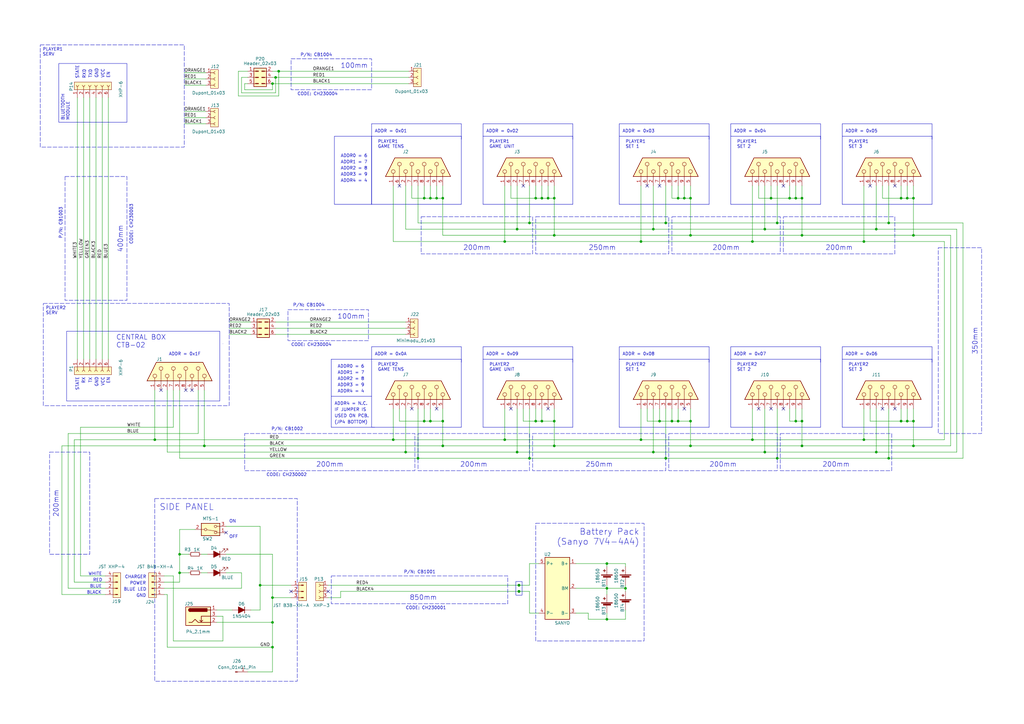
<source format=kicad_sch>
(kicad_sch (version 20230121) (generator eeschema)
  (paper "A3")
  (title_block (title "Main Cable") (date "2023-02-09") (rev "-") (company "SunsetView"))
  (lib_symbols
    (symbol "BMS-2S-3A:BMS-2S-3A"
      (property "Reference" "U1" (at -5.08 13.97 0))
      (property "Value" "BMS-2S-3A" (at -5.08 -14.605 0))
      (symbol "BMS-2S-3A_1_0"
        (pin passive line (at -7.62 10.16 0) (length 2.54) (name "B+") (number "1"))
        (pin passive line (at -7.62 0 0) (length 2.54) (name "BM") (number "2"))
        (pin passive line (at -7.62 -10.16 0) (length 2.54) (name "B-") (number "3"))
        (pin power_in line (at 7.62 -10.16 180) (length 2.54) (name "P-") (number "4"))
        (pin power_in line (at 7.62 10.16 180) (length 2.54) (name "P+") (number "5"))
      )
    )
    (symbol "C&K_Switch:MTS-1" (pin_names (offset 0) hide)
      (property "Reference" "SW1" (at -1.27 3.81 0))
      (property "Value" "MTS-1" (at 1.27 -3.81 0))
      (symbol "MTS-1_1_1"
        (pin passive line (at 6.35 1.27 180) (length 2.54) (name "~") (number "1"))
        (pin passive line (at -6.35 0 0) (length 2) (name "~") (number "2"))
        (pin passive line (at 6.35 -1.27 180) (length 2.54) (name "~") (number "3"))
      )
    )
    (symbol "Connector:Barrel_Jack_Switch" (pin_names hide)
      (property "Reference" "J" (at 0 5.334 0))
      (property "Value" "Barrel_Jack_Switch" (at 0 -5.08 0))
      (symbol "Barrel_Jack_Switch_1_1"
        (pin passive line (at 7.62 2.54 180) (length 2.54) (name "~") (number "1"))
        (pin passive line (at 7.62 -2.54 180) (length 2.54) (name "~") (number "2"))
        (pin passive line (at 7.62 0 180) (length 2.54) (name "~") (number "3"))
      )
    )
    (symbol "Connector:Conn_01x01_Pin" (pin_names (offset 1.016) hide)
      (property "Reference" "J" (at 0 2.54 0))
      (property "Value" "Conn_01x01_Pin" (at 0 -2.54 0))
      (symbol "Conn_01x01_Pin_1_1"
        (pin passive line (at 5.08 0 180) (length 3.81) (name "Pin_1") (number "1"))
      )
    )
    (symbol "Connector:DB9_Female" (pin_names (offset 1.016) hide)
      (property "Reference" "J" (at 0 13.97 0))
      (property "Value" "DB9_Female" (at 0 -14.605 0))
      (symbol "DB9_Female_1_1"
        (pin passive line (at -7.62 10.16 0) (length 3.81) (name "1") (number "1"))
        (pin passive line (at -7.62 5.08 0) (length 3.81) (name "2") (number "2"))
        (pin passive line (at -7.62 0 0) (length 3.81) (name "3") (number "3"))
        (pin passive line (at -7.62 -5.08 0) (length 3.81) (name "4") (number "4"))
        (pin passive line (at -7.62 -10.16 0) (length 3.81) (name "5") (number "5"))
        (pin passive line (at -7.62 7.62 0) (length 3.81) (name "6") (number "6"))
        (pin passive line (at -7.62 2.54 0) (length 3.81) (name "7") (number "7"))
        (pin passive line (at -7.62 -2.54 0) (length 3.81) (name "8") (number "8"))
        (pin passive line (at -7.62 -7.62 0) (length 3.81) (name "9") (number "9"))
      )
    )
    (symbol "Device:Battery_Cell" (pin_numbers hide) (pin_names (offset 0) hide)
      (property "Reference" "BT" (at 2.54 2.54 0))
      (property "Value" "Battery_Cell" (at 2.54 0 0))
      (symbol "Battery_Cell_1_1"
        (pin passive line (at 0 5.08 270) (length 2.54) (name "+") (number "1"))
        (pin passive line (at 0 -2.54 90) (length 2.54) (name "-") (number "2"))
      )
    )
    (symbol "Device:LED" (pin_numbers hide) (pin_names (offset 1.016) hide)
      (property "Reference" "D1" (at 2.54 -1.27 0))
      (property "Value" "GREEN" (at -1.905 -3.81 0))
      (symbol "LED_1_1"
        (pin passive line (at -3.81 0 0) (length 2.54) (name "K") (number "1"))
        (pin passive line (at 3.81 0 180) (length 2.54) (name "A") (number "2"))
      )
    )
    (symbol "Device:R_Small" (pin_numbers hide) (pin_names (offset 0.254) hide)
      (property "Reference" "R" (at 0.762 0.508 0))
      (property "Value" "R_Small" (at 0.762 -1.016 0))
      (symbol "R_Small_1_1"
        (pin passive line (at 0 2.54 270) (length 0.762) (name "~") (number "1"))
        (pin passive line (at 0 -2.54 90) (length 0.762) (name "~") (number "2"))
      )
    )
    (symbol "Diode:1N4001" (pin_numbers hide) (pin_names hide)
      (property "Reference" "D3" (at 0 5.08 0))
      (property "Value" "1N4001" (at 0 2.54 0))
      (symbol "1N4001_1_1"
        (pin passive line (at -3.81 0 0) (length 2.54) (name "K") (number "1"))
        (pin passive line (at 3.81 0 180) (length 2.54) (name "A") (number "2"))
      )
    )
    (symbol "LED_1" (pin_numbers hide) (pin_names (offset 1.016) hide)
      (property "Reference" "D2" (at 2.54 -1.27 0))
      (property "Value" "RED" (at -1.905 3.175 0))
      (symbol "LED_1_1_1"
        (pin passive line (at -3.81 0 0) (length 2.54) (name "K") (number "1"))
        (pin passive line (at 3.81 0 180) (length 2.54) (name "A") (number "2"))
      )
    )
    (symbol "MyConnectors:Dupont_01x03" (pin_names (offset 1.016) hide)
      (property "Reference" "J21" (at -1.905 5.715 0))
      (property "Value" "Dupont_01x03" (at -7.62 -5.08 0))
      (symbol "Dupont_01x03_1_1"
        (pin passive line (at -3.81 2.54 0) (length 2.54) (name "Pin_1") (number "1"))
        (pin passive line (at -3.81 0 0) (length 2.54) (name "Pin_2") (number "2"))
        (pin passive line (at -3.81 -2.54 0) (length 2.54) (name "Pin_3") (number "3"))
      )
    )
    (symbol "MyConnectors:Header_01x04_Pin" (pin_names (offset 1.016) hide)
      (property "Reference" "J19" (at 0 5.08 0))
      (property "Value" "Header_01x04" (at 5.715 -7.62 0))
      (symbol "Header_01x04_Pin_1_1"
        (pin passive line (at 5.08 2.54 180) (length 3.81) (name "Pin_1") (number "1"))
        (pin passive line (at 5.08 0 180) (length 3.81) (name "Pin_2") (number "2"))
        (pin passive line (at 5.08 -2.54 180) (length 3.81) (name "Pin_3") (number "3"))
        (pin passive line (at 5.08 -5.08 180) (length 3.81) (name "Pin_4") (number "4"))
      )
    )
    (symbol "MyConnectors:Header_02x03" (pin_names (offset 1.016) hide)
      (property "Reference" "J17" (at 0.635 5.08 0))
      (property "Value" "Header_02x03" (at 1.905 -5.08 0))
      (symbol "Header_02x03_1_1"
        (pin passive line (at -3.81 2.54 0) (length 2.54) (name "Pin_1") (number "1"))
        (pin passive line (at 6.35 2.54 180) (length 2.54) (name "Pin_2") (number "2"))
        (pin passive line (at -3.81 0 0) (length 2.54) (name "Pin_3") (number "3"))
        (pin passive line (at 6.35 0 180) (length 2.54) (name "Pin_4") (number "4"))
        (pin passive line (at -3.81 -2.54 0) (length 2.54) (name "Pin_5") (number "5"))
        (pin passive line (at 6.35 -2.54 180) (length 2.54) (name "Pin_6") (number "6"))
      )
    )
    (symbol "MyConnectors:JST_XHP-3" (pin_names (offset 1.016) hide)
      (property "Reference" "P?" (at -1.905 5.08 0))
      (property "Value" "XHP-3" (at -3.81 -5.08 0))
      (symbol "JST_XHP-3_1_1"
        (pin passive line (at -3.81 2.54 0) (length 2.54) (name "Pin_1") (number "1"))
        (pin passive line (at -3.81 0 0) (length 2.54) (name "Pin_2") (number "2"))
        (pin passive line (at -3.81 -2.54 0) (length 2.54) (name "Pin_3") (number "3"))
      )
    )
    (symbol "MyConnectors:JST_XH_3Y" (pin_names (offset 1.016) hide)
      (property "Reference" "J15" (at 0 5.08 0))
      (property "Value" "JST XH-3Y" (at 2.54 -5.08 0))
      (symbol "JST_XH_3Y_1_1"
        (pin passive line (at 5.08 2.54 180) (length 3.81) (name "Pin_1") (number "1"))
        (pin passive line (at 5.08 0 180) (length 3.81) (name "Pin_2") (number "2"))
        (pin passive line (at 5.08 -2.54 180) (length 3.81) (name "Pin_3") (number "3"))
      )
    )
    (symbol "MyConnectors:MiniModul_01x03" (pin_names (offset 1.016) hide)
      (property "Reference" "J21" (at 2.54 0.3175 0))
      (property "Value" "Minimodu_01x03" (at 2.54 -2.2225 0))
      (symbol "MiniModul_01x03_1_1"
        (pin passive line (at -3.81 2.54 0) (length 2.54) (name "Pin_1") (number "1"))
        (pin passive line (at -3.81 0 0) (length 2.54) (name "Pin_2") (number "2"))
        (pin passive line (at -3.81 -2.54 0) (length 2.54) (name "Pin_3") (number "3"))
      )
    )
    (symbol "MyConnectors:MiniModul_01x06" (pin_names (offset 1.016) hide)
      (property "Reference" "P?" (at -2.54 5.08 0))
      (property "Value" "XHP-6" (at -5.08 -15.24 0))
      (symbol "MiniModul_01x06_1_1"
        (pin passive line (at -5.08 2.54 0) (length 3.81) (name "Pin_1") (number "1"))
        (pin passive line (at -5.08 0 0) (length 3.81) (name "Pin_2") (number "2"))
        (pin passive line (at -5.08 -2.54 0) (length 3.81) (name "Pin_3") (number "3"))
        (pin passive line (at -5.08 -5.08 0) (length 3.81) (name "Pin_4") (number "4"))
        (pin passive line (at -5.08 -7.62 0) (length 3.81) (name "Pin_5") (number "5"))
        (pin passive line (at -5.08 -10.16 0) (length 3.81) (name "Pin_6") (number "6"))
      )
    )
  )
  (junction (at 354.33 99.06))
  (junction (at 313.69 185.42))
  (junction (at 323.85 81.28))
  (junction (at 267.97 93.98))
  (junction (at 273.05 91.44))
  (junction (at 270.51 172.72))
  (junction (at 283.21 96.52))
  (junction (at 227.33 81.28))
  (junction (at 212.09 93.98))
  (junction (at 354.33 180.34))
  (junction (at 181.61 81.28))
  (junction (at 262.89 99.06))
  (junction (at 372.11 172.72))
  (junction (at 308.61 99.06))
  (junction (at 308.61 180.34))
  (junction (at 176.53 81.28))
  (junction (at 113.03 31.75))
  (junction (at 171.45 187.96))
  (junction (at 248.92 241.3))
  (junction (at 181.61 172.72))
  (junction (at 227.33 182.88))
  (junction (at 111.76 265.43))
  (junction (at 173.99 81.28))
  (junction (at 217.17 187.96))
  (junction (at 222.25 172.72))
  (junction (at 262.89 180.34))
  (junction (at 166.37 185.42))
  (junction (at 248.92 254))
  (junction (at 111.76 255.27))
  (junction (at 326.39 81.28))
  (junction (at 359.41 185.42))
  (junction (at 227.33 172.72))
  (junction (at 278.13 81.28))
  (junction (at 273.05 187.96))
  (junction (at 369.57 172.72))
  (junction (at 217.17 91.44))
  (junction (at 318.77 187.96))
  (junction (at 73.66 234.95))
  (junction (at 161.29 180.34))
  (junction (at 364.49 187.96))
  (junction (at 278.13 172.72))
  (junction (at 207.01 99.06))
  (junction (at 283.21 182.88))
  (junction (at 318.77 91.44))
  (junction (at 212.09 185.42))
  (junction (at 227.33 96.52))
  (junction (at 359.41 93.98))
  (junction (at 283.21 172.72))
  (junction (at 374.65 182.88))
  (junction (at 267.97 185.42))
  (junction (at 219.71 81.28))
  (junction (at 207.01 180.34))
  (junction (at 63.5 180.34))
  (junction (at 374.65 81.28))
  (junction (at 328.93 182.88))
  (junction (at 369.57 81.28))
  (junction (at 328.93 172.72))
  (junction (at 372.11 81.28))
  (junction (at 313.69 93.98))
  (junction (at 179.07 81.28))
  (junction (at 173.99 172.72))
  (junction (at 73.66 227.33))
  (junction (at 181.61 182.88))
  (junction (at 328.93 96.52))
  (junction (at 374.65 172.72))
  (junction (at 83.82 182.88))
  (junction (at 275.59 172.72))
  (junction (at 248.92 231.14))
  (junction (at 280.67 81.28))
  (junction (at 111.76 34.29))
  (junction (at 219.71 172.72))
  (junction (at 374.65 96.52))
  (junction (at 256.54 241.3))
  (junction (at 316.23 81.28))
  (junction (at 364.49 91.44))
  (junction (at 176.53 172.72))
  (junction (at 224.79 81.28))
  (junction (at 222.25 81.28))
  (junction (at 114.3 29.21))
  (junction (at 326.39 172.72))
  (junction (at 106.68 240.03))
  (junction (at 328.93 81.28))
  (junction (at 111.76 245.11))
  (junction (at 283.21 81.28))
  (no_connect (at 168.91 167.64))
  (no_connect (at 265.43 76.2))
  (no_connect (at 321.31 167.64))
  (no_connect (at 224.79 167.64))
  (no_connect (at 66.04 160.02))
  (no_connect (at 367.03 76.2))
  (no_connect (at 214.63 76.2))
  (no_connect (at 119.38 242.57))
  (no_connect (at 179.07 167.64))
  (no_connect (at 280.67 167.64))
  (no_connect (at 76.2 160.02))
  (no_connect (at 92.71 218.44))
  (no_connect (at 134.62 242.57))
  (no_connect (at 270.51 76.2))
  (no_connect (at 321.31 76.2))
  (no_connect (at 163.83 76.2))
  (no_connect (at 367.03 167.64))
  (no_connect (at 209.55 167.64))
  (no_connect (at 361.95 167.64))
  (no_connect (at 311.15 167.64))
  (no_connect (at 356.87 76.2))
  (no_connect (at 316.23 167.64))
  (no_connect (at 78.74 160.02))
  (wire (pts (xy 275.59 172.72) (xy 278.13 172.72)))
  (wire (pts (xy 354.33 76.2) (xy 354.33 99.06)))
  (wire (pts (xy 354.33 99.06) (xy 387.35 99.06)))
  (wire (pts (xy 30.48 180.34) (xy 63.5 180.34)))
  (wire (pts (xy 280.67 76.2) (xy 280.67 81.28)))
  (wire (pts (xy 313.69 93.98) (xy 359.41 93.98)))
  (wire (pts (xy 326.39 81.28) (xy 328.93 81.28)))
  (wire (pts (xy 97.79 29.21) (xy 97.79 39.37)))
  (polyline (pts (xy 198.12 147.32) (xy 234.95 147.32)))
  (polyline (pts (xy 345.44 55.88) (xy 345.44 50.8)))
  (wire (pts (xy 227.33 81.28) (xy 227.33 96.52)))
  (wire (pts (xy 25.4 182.88) (xy 83.82 182.88)))
  (wire (pts (xy 326.39 76.2) (xy 326.39 81.28)))
  (wire (pts (xy 241.3 251.46) (xy 236.22 251.46)))
  (wire (pts (xy 75.565 45.72) (xy 84.455 45.72)))
  (wire (pts (xy 77.47 227.33) (xy 73.66 227.33)))
  (wire (pts (xy 323.85 167.64) (xy 323.85 172.72)))
  (polyline (pts (xy 254 147.32) (xy 254 175.26)))
  (wire (pts (xy 224.79 81.28) (xy 227.33 81.28)))
  (wire (pts (xy 392.43 93.98) (xy 392.43 185.42)))
  (wire (pts (xy 171.45 91.44) (xy 217.17 91.44)))
  (polyline (pts (xy 336.55 83.82) (xy 336.55 55.88)))
  (wire (pts (xy 273.05 187.96) (xy 318.77 187.96)))
  (wire (pts (xy 91.44 252.73) (xy 91.44 262.89)))
  (wire (pts (xy 161.29 76.2) (xy 161.29 99.06)))
  (wire (pts (xy 27.94 177.8) (xy 81.28 177.8)))
  (wire (pts (xy 31.75 40.005) (xy 31.75 147.32)))
  (wire (pts (xy 101.6 31.75) (xy 99.06 31.75)))
  (wire (pts (xy 100.33 34.29) (xy 100.33 36.83)))
  (wire (pts (xy 219.71 172.72) (xy 222.25 172.72)))
  (wire (pts (xy 71.12 175.26) (xy 71.12 160.02)))
  (wire (pts (xy 73.66 234.95) (xy 73.66 238.76)))
  (wire (pts (xy 92.71 234.95) (xy 99.06 234.95)))
  (wire (pts (xy 163.83 167.64) (xy 163.83 172.72)))
  (wire (pts (xy 63.5 160.02) (xy 63.5 180.34)))
  (wire (pts (xy 73.66 187.96) (xy 171.45 187.96)))
  (wire (pts (xy 328.93 182.88) (xy 374.65 182.88)))
  (wire (pts (xy 283.21 167.64) (xy 283.21 172.72)))
  (polyline (pts (xy 345.44 147.32) (xy 345.44 175.26)))
  (wire (pts (xy 111.76 275.59) (xy 111.76 265.43)))
  (wire (pts (xy 326.39 167.64) (xy 326.39 172.72)))
  (wire (pts (xy 139.7 242.57) (xy 139.7 245.11)))
  (wire (pts (xy 222.25 81.28) (xy 224.79 81.28)))
  (wire (pts (xy 275.59 81.28) (xy 278.13 81.28)))
  (wire (pts (xy 220.98 251.46) (xy 217.17 251.46)))
  (wire (pts (xy 308.61 167.64) (xy 308.61 180.34)))
  (wire (pts (xy 318.77 91.44) (xy 364.49 91.44)))
  (wire (pts (xy 97.79 39.37) (xy 114.3 39.37)))
  (wire (pts (xy 91.44 262.89) (xy 71.12 262.89)))
  (polyline (pts (xy 345.44 175.26) (xy 382.27 175.26)))
  (wire (pts (xy 328.93 81.28) (xy 328.93 96.52)))
  (wire (pts (xy 171.45 187.96) (xy 217.17 187.96)))
  (wire (pts (xy 111.76 29.21) (xy 114.3 29.21)))
  (wire (pts (xy 283.21 96.52) (xy 328.93 96.52)))
  (wire (pts (xy 248.92 241.3) (xy 248.92 243.84)))
  (wire (pts (xy 176.53 172.72) (xy 181.61 172.72)))
  (wire (pts (xy 207.01 167.64) (xy 207.01 180.34)))
  (polyline (pts (xy 345.44 55.88) (xy 382.27 55.88)))
  (wire (pts (xy 262.89 167.64) (xy 262.89 180.34)))
  (wire (pts (xy 179.07 81.28) (xy 181.61 81.28)))
  (wire (pts (xy 273.05 91.44) (xy 318.77 91.44)))
  (wire (pts (xy 278.13 172.72) (xy 283.21 172.72)))
  (wire (pts (xy 168.91 81.28) (xy 173.99 81.28)))
  (polyline (pts (xy 254 50.8) (xy 290.83 50.8)))
  (wire (pts (xy 313.69 185.42) (xy 359.41 185.42)))
  (wire (pts (xy 372.11 172.72) (xy 374.65 172.72)))
  (polyline (pts (xy 299.72 55.88) (xy 299.72 83.82)))
  (wire (pts (xy 99.06 38.1) (xy 113.03 38.1)))
  (wire (pts (xy 161.29 99.06) (xy 207.01 99.06)))
  (polyline (pts (xy 299.72 55.88) (xy 299.72 50.8)))
  (wire (pts (xy 318.77 187.96) (xy 364.49 187.96)))
  (polyline (pts (xy 254 147.32) (xy 254 142.24)))
  (wire (pts (xy 222.25 76.2) (xy 222.25 81.28)))
  (polyline (pts (xy 189.23 50.8) (xy 189.23 57.15)))
  (wire (pts (xy 359.41 167.64) (xy 359.41 185.42)))
  (wire (pts (xy 113.03 134.62) (xy 166.37 134.62)))
  (polyline (pts (xy 336.55 50.8) (xy 336.55 57.15)))
  (wire (pts (xy 93.98 134.62) (xy 102.87 134.62)))
  (wire (pts (xy 176.53 167.64) (xy 176.53 172.72)))
  (wire (pts (xy 106.68 240.03) (xy 106.68 250.19)))
  (wire (pts (xy 359.41 76.2) (xy 359.41 93.98)))
  (wire (pts (xy 181.61 81.28) (xy 181.61 96.52)))
  (wire (pts (xy 308.61 180.34) (xy 354.33 180.34)))
  (wire (pts (xy 134.62 240.03) (xy 217.17 240.03)))
  (wire (pts (xy 387.35 180.34) (xy 387.35 99.06)))
  (wire (pts (xy 227.33 96.52) (xy 283.21 96.52)))
  (polyline (pts (xy 345.44 147.32) (xy 382.27 147.32)))
  (polyline (pts (xy 254 147.32) (xy 290.83 147.32)))
  (wire (pts (xy 256.54 242.57) (xy 256.54 241.3)))
  (polyline (pts (xy 254 83.82) (xy 290.83 83.82)))
  (polyline (pts (xy 299.72 142.24) (xy 336.55 142.24)))
  (wire (pts (xy 364.49 91.44) (xy 394.97 91.44)))
  (wire (pts (xy 359.41 93.98) (xy 392.43 93.98)))
  (wire (pts (xy 361.95 76.2) (xy 361.95 81.28)))
  (wire (pts (xy 359.41 185.42) (xy 392.43 185.42)))
  (polyline (pts (xy 234.95 175.26) (xy 234.95 147.32)))
  (wire (pts (xy 372.11 167.64) (xy 372.11 172.72)))
  (wire (pts (xy 217.17 251.46) (xy 217.17 242.57)))
  (wire (pts (xy 275.59 76.2) (xy 275.59 81.28)))
  (wire (pts (xy 71.12 262.89) (xy 71.12 236.22)))
  (wire (pts (xy 273.05 76.2) (xy 273.05 91.44)))
  (wire (pts (xy 267.97 167.64) (xy 267.97 185.42)))
  (polyline (pts (xy 345.44 147.32) (xy 345.44 142.24)))
  (wire (pts (xy 88.9 255.27) (xy 111.76 255.27)))
  (wire (pts (xy 248.92 232.41) (xy 248.92 231.14)))
  (wire (pts (xy 217.17 167.64) (xy 217.17 187.96)))
  (wire (pts (xy 41.91 40.005) (xy 41.91 147.32)))
  (polyline (pts (xy 198.12 55.88) (xy 198.12 83.82)))
  (polyline (pts (xy 189.23 142.24) (xy 189.23 148.59)))
  (polyline (pts (xy 290.83 50.8) (xy 290.83 57.15)))
  (wire (pts (xy 323.85 81.28) (xy 326.39 81.28)))
  (wire (pts (xy 75.565 50.8) (xy 84.455 50.8)))
  (wire (pts (xy 283.21 81.28) (xy 283.21 96.52)))
  (wire (pts (xy 101.6 275.59) (xy 111.76 275.59)))
  (polyline (pts (xy 290.83 142.24) (xy 290.83 148.59)))
  (wire (pts (xy 161.29 180.34) (xy 207.01 180.34)))
  (wire (pts (xy 316.23 81.28) (xy 323.85 81.28)))
  (wire (pts (xy 207.01 76.2) (xy 207.01 99.06)))
  (wire (pts (xy 316.23 76.2) (xy 316.23 81.28)))
  (wire (pts (xy 75.565 34.925) (xy 84.455 34.925)))
  (polyline (pts (xy 91.44 140.97) (xy 91.44 140.97)))
  (wire (pts (xy 114.3 29.21) (xy 167.64 29.21)))
  (wire (pts (xy 270.51 167.64) (xy 270.51 172.72)))
  (polyline (pts (xy 234.95 83.82) (xy 234.95 55.88)))
  (wire (pts (xy 93.98 137.16) (xy 102.87 137.16)))
  (wire (pts (xy 212.09 167.64) (xy 212.09 185.42)))
  (polyline (pts (xy 135.89 147.32) (xy 189.23 147.32)))
  (polyline (pts (xy 152.4 147.32) (xy 152.4 175.26)))
  (wire (pts (xy 313.69 76.2) (xy 313.69 93.98)))
  (wire (pts (xy 92.71 227.33) (xy 111.76 227.33)))
  (polyline (pts (xy 198.12 142.24) (xy 234.95 142.24)))
  (wire (pts (xy 227.33 76.2) (xy 227.33 81.28)))
  (wire (pts (xy 256.54 231.14) (xy 248.92 231.14)))
  (wire (pts (xy 102.87 250.19) (xy 106.68 250.19)))
  (wire (pts (xy 212.09 76.2) (xy 212.09 93.98)))
  (wire (pts (xy 166.37 93.98) (xy 212.09 93.98)))
  (polyline (pts (xy 345.44 142.24) (xy 382.27 142.24)))
  (wire (pts (xy 318.77 167.64) (xy 318.77 187.96)))
  (polyline (pts (xy 198.12 55.88) (xy 198.12 50.8)))
  (polyline (pts (xy 152.4 175.26) (xy 153.67 175.26)))
  (wire (pts (xy 67.31 241.3) (xy 99.06 241.3)))
  (wire (pts (xy 219.71 76.2) (xy 219.71 81.28)))
  (wire (pts (xy 262.89 180.34) (xy 308.61 180.34)))
  (wire (pts (xy 106.68 240.03) (xy 119.38 240.03)))
  (wire (pts (xy 36.83 40.005) (xy 36.83 147.32)))
  (polyline (pts (xy 299.72 147.32) (xy 299.72 142.24)))
  (wire (pts (xy 222.25 167.64) (xy 222.25 172.72)))
  (wire (pts (xy 27.94 241.3) (xy 43.18 241.3)))
  (wire (pts (xy 30.48 238.76) (xy 43.18 238.76)))
  (wire (pts (xy 81.28 160.02) (xy 81.28 177.8)))
  (wire (pts (xy 181.61 182.88) (xy 227.33 182.88)))
  (wire (pts (xy 63.5 180.34) (xy 161.29 180.34)))
  (wire (pts (xy 222.25 172.72) (xy 227.33 172.72)))
  (polyline (pts (xy 254 175.26) (xy 290.83 175.26)))
  (polyline (pts (xy 299.72 147.32) (xy 299.72 175.26)))
  (wire (pts (xy 278.13 81.28) (xy 280.67 81.28)))
  (wire (pts (xy 256.54 240.03) (xy 256.54 241.3)))
  (wire (pts (xy 219.71 81.28) (xy 222.25 81.28)))
  (wire (pts (xy 361.95 81.28) (xy 369.57 81.28)))
  (wire (pts (xy 283.21 172.72) (xy 283.21 182.88)))
  (wire (pts (xy 111.76 245.11) (xy 111.76 255.27)))
  (wire (pts (xy 369.57 167.64) (xy 369.57 172.72)))
  (polyline (pts (xy 198.12 83.82) (xy 234.95 83.82)))
  (wire (pts (xy 374.65 81.28) (xy 374.65 96.52)))
  (wire (pts (xy 101.6 29.21) (xy 97.79 29.21)))
  (wire (pts (xy 217.17 231.14) (xy 220.98 231.14)))
  (wire (pts (xy 99.06 31.75) (xy 99.06 38.1)))
  (wire (pts (xy 219.71 167.64) (xy 219.71 172.72)))
  (polyline (pts (xy 254 55.88) (xy 290.83 55.88)))
  (wire (pts (xy 68.58 185.42) (xy 166.37 185.42)))
  (wire (pts (xy 227.33 167.64) (xy 227.33 172.72)))
  (wire (pts (xy 34.29 40.005) (xy 34.29 147.32)))
  (polyline (pts (xy 234.95 142.24) (xy 234.95 148.59)))
  (polyline (pts (xy 135.89 175.26) (xy 189.23 175.26)))
  (wire (pts (xy 328.93 172.72) (xy 328.93 182.88)))
  (polyline (pts (xy 198.12 55.88) (xy 234.95 55.88)))
  (wire (pts (xy 83.82 182.88) (xy 181.61 182.88)))
  (wire (pts (xy 33.02 236.22) (xy 33.02 175.26)))
  (wire (pts (xy 173.99 167.64) (xy 173.99 172.72)))
  (wire (pts (xy 88.9 250.19) (xy 95.25 250.19)))
  (polyline (pts (xy 345.44 50.8) (xy 382.27 50.8)))
  (wire (pts (xy 323.85 172.72) (xy 326.39 172.72)))
  (wire (pts (xy 364.49 76.2) (xy 364.49 91.44)))
  (wire (pts (xy 262.89 99.06) (xy 308.61 99.06)))
  (wire (pts (xy 161.29 167.64) (xy 161.29 180.34)))
  (wire (pts (xy 323.85 76.2) (xy 323.85 81.28)))
  (wire (pts (xy 328.93 167.64) (xy 328.93 172.72)))
  (wire (pts (xy 256.54 250.19) (xy 256.54 254)))
  (wire (pts (xy 111.76 36.83) (xy 111.76 34.29)))
  (wire (pts (xy 248.92 241.3) (xy 236.22 241.3)))
  (wire (pts (xy 166.37 167.64) (xy 166.37 185.42)))
  (wire (pts (xy 374.65 167.64) (xy 374.65 172.72)))
  (wire (pts (xy 99.06 234.95) (xy 99.06 241.3)))
  (wire (pts (xy 83.82 160.02) (xy 83.82 182.88)))
  (wire (pts (xy 92.71 215.9) (xy 106.68 215.9)))
  (wire (pts (xy 114.3 39.37) (xy 114.3 29.21)))
  (polyline (pts (xy 152.4 50.8) (xy 189.23 50.8)))
  (wire (pts (xy 217.17 187.96) (xy 273.05 187.96)))
  (wire (pts (xy 30.48 180.34) (xy 30.48 238.76)))
  (wire (pts (xy 67.31 238.76) (xy 73.66 238.76)))
  (wire (pts (xy 326.39 172.72) (xy 328.93 172.72)))
  (polyline (pts (xy 189.23 83.82) (xy 189.23 55.88)))
  (wire (pts (xy 354.33 167.64) (xy 354.33 180.34)))
  (wire (pts (xy 212.09 93.98) (xy 267.97 93.98)))
  (wire (pts (xy 374.65 76.2) (xy 374.65 81.28)))
  (wire (pts (xy 111.76 34.29) (xy 167.64 34.29)))
  (wire (pts (xy 181.61 167.64) (xy 181.61 172.72)))
  (polyline (pts (xy 254 142.24) (xy 290.83 142.24)))
  (polyline (pts (xy 382.27 50.8) (xy 382.27 57.15)))
  (wire (pts (xy 88.9 252.73) (xy 91.44 252.73)))
  (wire (pts (xy 227.33 182.88) (xy 283.21 182.88)))
  (wire (pts (xy 166.37 76.2) (xy 166.37 93.98)))
  (wire (pts (xy 356.87 167.64) (xy 356.87 172.72)))
  (wire (pts (xy 248.92 241.3) (xy 256.54 241.3)))
  (wire (pts (xy 311.15 81.28) (xy 316.23 81.28)))
  (wire (pts (xy 181.61 172.72) (xy 181.61 182.88)))
  (wire (pts (xy 262.89 76.2) (xy 262.89 99.06)))
  (wire (pts (xy 176.53 81.28) (xy 179.07 81.28)))
  (polyline (pts (xy 382.27 175.26) (xy 382.27 147.32)))
  (polyline (pts (xy 152.4 83.82) (xy 189.23 83.82)))
  (wire (pts (xy 73.66 160.02) (xy 73.66 187.96)))
  (wire (pts (xy 101.6 34.29) (xy 100.33 34.29)))
  (polyline (pts (xy 234.95 50.8) (xy 234.95 57.15)))
  (wire (pts (xy 311.15 76.2) (xy 311.15 81.28)))
  (wire (pts (xy 267.97 76.2) (xy 267.97 93.98)))
  (wire (pts (xy 283.21 76.2) (xy 283.21 81.28)))
  (polyline (pts (xy 382.27 83.82) (xy 382.27 55.88)))
  (wire (pts (xy 265.43 167.64) (xy 265.43 172.72)))
  (wire (pts (xy 73.66 234.95) (xy 73.66 227.33)))
  (wire (pts (xy 39.37 40.005) (xy 39.37 147.32)))
  (wire (pts (xy 75.565 29.845) (xy 84.455 29.845)))
  (wire (pts (xy 374.65 172.72) (xy 374.65 182.88)))
  (wire (pts (xy 25.4 243.84) (xy 43.18 243.84)))
  (wire (pts (xy 328.93 76.2) (xy 328.93 81.28)))
  (wire (pts (xy 328.93 96.52) (xy 374.65 96.52)))
  (wire (pts (xy 313.69 167.64) (xy 313.69 185.42)))
  (wire (pts (xy 394.97 91.44) (xy 394.97 187.96)))
  (wire (pts (xy 217.17 240.03) (xy 217.17 231.14)))
  (wire (pts (xy 374.65 182.88) (xy 389.89 182.88)))
  (wire (pts (xy 214.63 172.72) (xy 219.71 172.72)))
  (polyline (pts (xy 254 55.88) (xy 254 50.8)))
  (wire (pts (xy 364.49 167.64) (xy 364.49 187.96)))
  (wire (pts (xy 308.61 76.2) (xy 308.61 99.06)))
  (wire (pts (xy 256.54 232.41) (xy 256.54 231.14)))
  (wire (pts (xy 82.55 234.95) (xy 85.09 234.95)))
  (wire (pts (xy 111.76 227.33) (xy 111.76 245.11)))
  (wire (pts (xy 356.87 172.72) (xy 369.57 172.72)))
  (polyline (pts (xy 336.55 142.24) (xy 336.55 148.59)))
  (polyline (pts (xy 189.23 175.26) (xy 189.23 147.32)))
  (wire (pts (xy 73.66 217.17) (xy 80.01 217.17)))
  (polyline (pts (xy 299.72 55.88) (xy 336.55 55.88)))
  (polyline (pts (xy 290.83 83.82) (xy 290.83 55.88)))
  (wire (pts (xy 369.57 76.2) (xy 369.57 81.28)))
  (wire (pts (xy 214.63 167.64) (xy 214.63 172.72)))
  (wire (pts (xy 44.45 40.005) (xy 44.45 147.32)))
  (wire (pts (xy 75.565 32.385) (xy 84.455 32.385)))
  (polyline (pts (xy 254 55.88) (xy 254 83.82)))
  (wire (pts (xy 33.02 175.26) (xy 71.12 175.26)))
  (wire (pts (xy 372.11 76.2) (xy 372.11 81.28)))
  (wire (pts (xy 173.99 76.2) (xy 173.99 81.28)))
  (wire (pts (xy 318.77 76.2) (xy 318.77 91.44)))
  (wire (pts (xy 227.33 172.72) (xy 227.33 182.88)))
  (wire (pts (xy 139.7 245.11) (xy 134.62 245.11)))
  (wire (pts (xy 25.4 182.88) (xy 25.4 243.84)))
  (wire (pts (xy 68.58 160.02) (xy 68.58 185.42)))
  (polyline (pts (xy 198.12 50.8) (xy 234.95 50.8)))
  (wire (pts (xy 68.58 243.84) (xy 68.58 265.43)))
  (polyline (pts (xy 198.12 175.26) (xy 234.95 175.26)))
  (wire (pts (xy 236.22 231.14) (xy 248.92 231.14)))
  (wire (pts (xy 248.92 251.46) (xy 248.92 254)))
  (wire (pts (xy 139.7 242.57) (xy 217.17 242.57)))
  (polyline (pts (xy 135.89 162.56) (xy 152.4 162.56)))
  (wire (pts (xy 43.18 236.22) (xy 33.02 236.22)))
  (wire (pts (xy 207.01 180.34) (xy 262.89 180.34)))
  (wire (pts (xy 372.11 81.28) (xy 374.65 81.28)))
  (polyline (pts (xy 152.4 55.88) (xy 189.23 55.88)))
  (polyline (pts (xy 152.4 147.32) (xy 152.4 142.24)))
  (polyline (pts (xy 336.55 175.26) (xy 336.55 147.32)))
  (wire (pts (xy 374.65 96.52) (xy 389.89 96.52)))
  (wire (pts (xy 173.99 172.72) (xy 176.53 172.72)))
  (wire (pts (xy 82.55 227.33) (xy 85.09 227.33)))
  (polyline (pts (xy 135.89 147.32) (xy 135.89 175.26)))
  (wire (pts (xy 207.01 99.06) (xy 262.89 99.06)))
  (wire (pts (xy 248.92 240.03) (xy 248.92 241.3)))
  (polyline (pts (xy 198.12 147.32) (xy 198.12 142.24)))
  (wire (pts (xy 73.66 227.33) (xy 73.66 217.17)))
  (wire (pts (xy 111.76 245.11) (xy 119.38 245.11)))
  (polyline (pts (xy 290.83 175.26) (xy 290.83 147.32)))
  (wire (pts (xy 67.31 243.84) (xy 68.58 243.84)))
  (wire (pts (xy 75.565 48.26) (xy 84.455 48.26)))
  (wire (pts (xy 280.67 81.28) (xy 283.21 81.28)))
  (wire (pts (xy 267.97 93.98) (xy 313.69 93.98)))
  (polyline (pts (xy 152.4 142.24) (xy 189.23 142.24)))
  (wire (pts (xy 113.03 137.16) (xy 166.37 137.16)))
  (wire (pts (xy 176.53 76.2) (xy 176.53 81.28)))
  (wire (pts (xy 283.21 182.88) (xy 328.93 182.88)))
  (wire (pts (xy 111.76 255.27) (xy 111.76 265.43)))
  (wire (pts (xy 212.09 185.42) (xy 267.97 185.42)))
  (wire (pts (xy 275.59 167.64) (xy 275.59 172.72)))
  (wire (pts (xy 273.05 167.64) (xy 273.05 187.96)))
  (polyline (pts (xy 152.4 55.88) (xy 152.4 50.8)))
  (wire (pts (xy 106.68 215.9) (xy 106.68 240.03)))
  (wire (pts (xy 389.89 96.52) (xy 389.89 182.88)))
  (wire (pts (xy 179.07 76.2) (xy 179.07 81.28)))
  (polyline (pts (xy 299.72 147.32) (xy 336.55 147.32)))
  (wire (pts (xy 166.37 185.42) (xy 212.09 185.42)))
  (polyline (pts (xy 198.12 147.32) (xy 198.12 175.26)))
  (wire (pts (xy 113.03 31.75) (xy 167.64 31.75)))
  (polyline (pts (xy 382.27 142.24) (xy 382.27 148.59)))
  (wire (pts (xy 256.54 254) (xy 248.92 254)))
  (wire (pts (xy 217.17 76.2) (xy 217.17 91.44)))
  (wire (pts (xy 100.33 36.83) (xy 111.76 36.83)))
  (wire (pts (xy 224.79 76.2) (xy 224.79 81.28)))
  (wire (pts (xy 308.61 99.06) (xy 354.33 99.06)))
  (wire (pts (xy 168.91 76.2) (xy 168.91 81.28)))
  (wire (pts (xy 111.76 31.75) (xy 113.03 31.75)))
  (wire (pts (xy 278.13 167.64) (xy 278.13 172.72)))
  (wire (pts (xy 248.92 254) (xy 241.3 254)))
  (polyline (pts (xy 299.72 50.8) (xy 336.55 50.8)))
  (polyline (pts (xy 345.44 83.82) (xy 382.27 83.82)))
  (wire (pts (xy 181.61 96.52) (xy 227.33 96.52)))
  (wire (pts (xy 171.45 167.64) (xy 171.45 187.96)))
  (wire (pts (xy 113.03 38.1) (xy 113.03 31.75)))
  (wire (pts (xy 173.99 81.28) (xy 176.53 81.28)))
  (wire (pts (xy 278.13 76.2) (xy 278.13 81.28)))
  (polyline (pts (xy 345.44 55.88) (xy 345.44 83.82)))
  (wire (pts (xy 354.33 180.34) (xy 387.35 180.34)))
  (wire (pts (xy 364.49 187.96) (xy 394.97 187.96)))
  (wire (pts (xy 265.43 172.72) (xy 270.51 172.72)))
  (wire (pts (xy 27.94 177.8) (xy 27.94 241.3)))
  (wire (pts (xy 209.55 76.2) (xy 209.55 81.28)))
  (wire (pts (xy 270.51 172.72) (xy 275.59 172.72)))
  (wire (pts (xy 171.45 76.2) (xy 171.45 91.44)))
  (wire (pts (xy 163.83 172.72) (xy 173.99 172.72)))
  (wire (pts (xy 217.17 91.44) (xy 273.05 91.44)))
  (wire (pts (xy 68.58 265.43) (xy 111.76 265.43)))
  (wire (pts (xy 241.3 254) (xy 241.3 251.46)))
  (wire (pts (xy 369.57 172.72) (xy 372.11 172.72)))
  (polyline (pts (xy 299.72 175.26) (xy 336.55 175.26)))
  (wire (pts (xy 113.03 132.08) (xy 166.37 132.08)))
  (wire (pts (xy 267.97 185.42) (xy 313.69 185.42)))
  (polyline (pts (xy 152.4 55.88) (xy 152.4 83.82)))
  (wire (pts (xy 77.47 234.95) (xy 73.66 234.95)))
  (wire (pts (xy 71.12 236.22) (xy 67.31 236.22)))
  (wire (pts (xy 209.55 81.28) (xy 219.71 81.28)))
  (polyline (pts (xy 299.72 83.82) (xy 336.55 83.82)))
  (wire (pts (xy 93.98 132.08) (xy 102.87 132.08)))
  (wire (pts (xy 181.61 76.2) (xy 181.61 81.28)))
  (wire (pts (xy 369.57 81.28) (xy 372.11 81.28)))
  (rectangle (start 27.305 135.89) (end 90.17 164.465))
  (circle (center 212.852 240.03) (radius 0.568) (stroke (width -0.0001)) (fill (type color) (color 0 132 0 1)))
  (rectangle (start 211.582 238.506) (end 214.122 244.094))
  (rectangle (start 137.16 55.88) (end 152.4 83.82))
  (circle (center 212.852 242.57) (radius 0.568) (stroke (width -0.0001)) (fill (type color) (color 0 132 0 1)))
  (text_box "Battery Pack\n(Sanyo 7V4-4A4)" (at 219.71 214.63 0) (size 44.45 48.26) (stroke (width 0) (type dash)) (effects (font (size 2.54 2.54)) (justify right top)))
  (text_box "PLAYER2\nSERV" (at 17.78 124.46 0) (size 76.2 41.91) (stroke (width 0) (type dash)) (effects (font (size 1.27 1.27)) (justify left top)))
  (text_box "BLUETOOTH\nMODULE" (at 24.13 26.035 90) (size 27.94 24.13) (effects (font (size 1.27 1.27)) (justify left top)))
  (text_box "100mm" (at 118.11 127 0) (size 33.02 12.7) (stroke (width 0) (type dash)) (effects (font (size 2 2)) (justify right top)))
  (text_box "250mm" (at 219.71 88.9 0) (size 54.61 15.24) (stroke (width 0) (type dash)) (effects (font (size 2 2)) (justify bottom)))
  (text_box "250mm" (at 218.44 177.8 0) (size 54.61 15.24) (stroke (width 0) (type dash)) (effects (font (size 2 2)) (justify bottom)))
  (text_box "200mm" (at 320.04 177.8 0) (size 45.72 15.24) (stroke (width 0) (type dash)) (effects (font (size 2 2)) (justify bottom)))
  (text_box "200mm" (at 171.45 177.8 0) (size 45.72 15.24) (stroke (width 0) (type dash)) (effects (font (size 2 2)) (justify bottom)))
  (text_box "  850mm" (at 135.89 236.22 0) (size 72.39 11.43) (stroke (width 0) (type dash)) (effects (font (size 2 2)) (justify bottom)))
  (text_box "200mm" (at 321.31 88.9 0) (size 45.72 15.24) (stroke (width 0) (type dash)) (effects (font (size 2 2)) (justify bottom)))
  (text_box "350mm" (at 384.81 101.6 90) (size 17.78 76.2) (stroke (width 0) (type dash)) (effects (font (size 2 2)) (justify bottom)))
  (text_box "200mm" (at 20.32 185.42 90) (size 16.51 41.91) (stroke (width 0) (type dash)) (effects (font (size 2 2)) (justify top)))
  (text_box "SIDE PANEL" (at 63.5 204.47 0) (size 58.42 74.93) (stroke (width 0) (type dash)) (effects (font (size 2.54 2.54)) (justify left top)))
  (text_box "PLAYER1\nSERV" (at 16.51 18.415 0) (size 59.055 41.91) (stroke (width 0) (type dash)) (effects (font (size 1.27 1.27)) (justify left top)))
  (text_box "200mm" (at 100.33 177.8 0) (size 69.85 15.24) (stroke (width 0) (type dash)) (effects (font (size 2 2)) (justify bottom)))
  (text_box "400mm" (at 26.67 72.39 90) (size 25.4 50.8) (stroke (width 0) (type dash)) (effects (font (size 2 2)) (justify bottom)))
  (text_box "200mm" (at 172.72 88.9 0) (size 45.72 15.24) (stroke (width 0) (type dash)) (effects (font (size 2 2)) (justify bottom)))
  (text_box "100mm" (at 119.38 24.13 0) (size 33.02 12.7) (stroke (width 0) (type dash)) (effects (font (size 2 2)) (justify right top)))
  (text_box "200mm" (at 274.32 177.8 0) (size 44.45 15.24) (stroke (width 0) (type dash)) (effects (font (size 2 2)) (justify bottom)))
  (text_box "200mm" (at 275.59 88.9 0) (size 44.45 15.24) (stroke (width 0) (type dash)) (effects (font (size 2 2)) (justify bottom)))
  (text "CODE: CH230002" (at 109.22 195.58 0) (effects (font (size 1.27 1.27)) (justify left bottom)))
  (text "EN" (at 45.212 32.131 90) (effects (font (size 1.27 1.27)) (justify left bottom)))
  (text "CENTRAL BOX\nCTB-02" (at 47.625 142.875 0) (effects (font (size 2 2)) (justify left bottom)))
  (text "PLAYER1\nGAME TENS" (at 154.94 60.96 0) (effects (font (size 1.27 1.27)) (justify left bottom)))
  (text "ADDR = 0x0A" (at 153.67 146.05 0) (effects (font (size 1.27 1.27)) (justify left bottom)))
  (text "ADDR = 0x02" (at 199.39 54.61 0) (effects (font (size 1.27 1.27)) (justify left bottom)))
  (text "P/N: CB1001" (at 165.608 235.458 0) (effects (font (size 1.27 1.27)) (justify left bottom)))
  (text "ADDR1 = 7" (at 138.43 153.67 0) (effects (font (size 1.27 1.27)) (justify left bottom)))
  (text "STATE" (at 32.512 160.274 90) (effects (font (size 1.27 1.27)) (justify left bottom)))
  (text "PLAYER2\nSET 1" (at 256.54 152.4 0) (effects (font (size 1.27 1.27)) (justify left bottom)))
  (text "OFF" (at 93.98 220.98 0) (effects (font (size 1.27 1.27)) (justify left bottom)))
  (text "CODE: CH230004" (at 119.38 142.24 0) (effects (font (size 1.27 1.27)) (justify left bottom)))
  (text "VCC" (at 42.926 158.496 90) (effects (font (size 1.27 1.27)) (justify left bottom)))
  (text "ADDR = 0x05" (at 346.71 54.61 0) (effects (font (size 1.27 1.27)) (justify left bottom)))
  (text "ADDR1 = 7" (at 139.7 67.31 0) (effects (font (size 1.27 1.27)) (justify left bottom)))
  (text "ADDR2 = 8" (at 138.43 156.21 0) (effects (font (size 1.27 1.27)) (justify left bottom)))
  (text "EN" (at 45.212 157.48 90) (effects (font (size 1.27 1.27)) (justify left bottom)))
  (text "ON" (at 93.98 214.63 0) (effects (font (size 1.27 1.27)) (justify left bottom)))
  (text "CODE: CH230001" (at 166.37 250.19 0) (effects (font (size 1.27 1.27)) (justify left bottom)))
  (text "ADDR3 = 9" (at 139.7 72.39 0) (effects (font (size 1.27 1.27)) (justify left bottom)))
  (text "IF JUMPER IS" (at 137.16 168.91 0) (effects (font (size 1.27 1.27)) (justify left bottom)))
  (text "CODE: CH230003" (at 54.61 100.33 90) (effects (font (size 1.27 1.27)) (justify left bottom)))
  (text "PLAYER2\nGAME UNIT" (at 200.66 152.4 0) (effects (font (size 1.27 1.27)) (justify left bottom)))
  (text "ADDR2 = 8" (at 139.7 69.85 0) (effects (font (size 1.27 1.27)) (justify left bottom)))
  (text "GND" (at 40.386 158.75 90) (effects (font (size 1.27 1.27)) (justify left bottom)))
  (text "WHITE" (at 36.195 236.22 0) (effects (font (size 1.27 1.27)) (justify left bottom)))
  (text "ADDR = 0x09" (at 199.39 146.05 0) (effects (font (size 1.27 1.27)) (justify left bottom)))
  (text "POWER" (at 53.213 240.03 0) (effects (font (size 1.27 1.27)) (justify left bottom)))
  (text "GND" (at 40.386 32.131 90) (effects (font (size 1.27 1.27)) (justify left bottom)))
  (text "BLACK" (at 35.56 243.84 0) (effects (font (size 1.27 1.27)) (justify left bottom)))
  (text "RXD" (at 35.306 32.385 90) (effects (font (size 1.27 1.27)) (justify left bottom)))
  (text "ADDR0 = 6" (at 139.7 64.77 0) (effects (font (size 1.27 1.27)) (justify left bottom)))
  (text "P/N: CB1002" (at 111.252 176.784 0) (effects (font (size 1.27 1.27)) (justify left bottom)))
  (text "VCC" (at 42.926 32.131 90) (effects (font (size 1.27 1.27)) (justify left bottom)))
  (text "ADDR = 0x06" (at 346.71 146.05 0) (effects (font (size 1.27 1.27)) (justify left bottom)))
  (text "PLAYER1\nSET 3" (at 347.98 60.96 0) (effects (font (size 1.27 1.27)) (justify left bottom)))
  (text "ADDR = 0x04" (at 300.99 54.61 0) (effects (font (size 1.27 1.27)) (justify left bottom)))
  (text "CHARGER" (at 51.181 237.49 0) (effects (font (size 1.27 1.27)) (justify left bottom)))
  (text "ADDR = 0x03" (at 255.27 54.61 0) (effects (font (size 1.27 1.27)) (justify left bottom)))
  (text "ADDR4 = 4" (at 139.7 74.93 0) (effects (font (size 1.27 1.27)) (justify left bottom)))
  (text "PLAYER1\nGAME UNIT" (at 200.66 60.96 0) (effects (font (size 1.27 1.27)) (justify left bottom)))
  (text "TXD" (at 37.846 32.131 90) (effects (font (size 1.27 1.27)) (justify left bottom)))
  (text "RX" (at 35.052 157.48 90) (effects (font (size 1.27 1.27)) (justify left bottom)))
  (text "PLAYER1\nSET 2" (at 302.26 60.96 0) (effects (font (size 1.27 1.27)) (justify left bottom)))
  (text "P/N: CB1004" (at 120.142 125.984 0) (effects (font (size 1.27 1.27)) (justify left bottom)))
  (text "ADDR = 0x08" (at 255.27 146.05 0) (effects (font (size 1.27 1.27)) (justify left bottom)))
  (text "STATE" (at 32.512 32.385 90) (effects (font (size 1.27 1.27)) (justify left bottom)))
  (text "ADDR3 = 9" (at 138.43 158.75 0) (effects (font (size 1.27 1.27)) (justify left bottom)))
  (text "P/N: CB1004" (at 123.19 23.368 0) (effects (font (size 1.27 1.27)) (justify left bottom)))
  (text "PLAYER2\nSET 2" (at 302.26 152.4 0) (effects (font (size 1.27 1.27)) (justify left bottom)))
  (text "ADDR0 = 6" (at 138.43 151.13 0) (effects (font (size 1.27 1.27)) (justify left bottom)))
  (text "TX" (at 37.846 157.226 90) (effects (font (size 1.27 1.27)) (justify left bottom)))
  (text "BLUE" (at 36.83 241.3 0) (effects (font (size 1.27 1.27)) (justify left bottom)))
  (text "ADDR4 = N.C." (at 137.16 166.37 0) (effects (font (size 1.27 1.27)) (justify left bottom)))
  (text "P/N: CB1003" (at 25.654 98.044 90) (effects (font (size 1.27 1.27)) (justify left bottom)))
  (text "GND" (at 55.88 245.11 0) (effects (font (size 1.27 1.27)) (justify left bottom)))
  (text "ADDR = 0x1F" (at 69.215 146.05 0) (effects (font (size 1.27 1.27)) (justify left bottom)))
  (text "CODE: CH230004" (at 121.92 39.37 0) (effects (font (size 1.27 1.27)) (justify left bottom)))
  (text "ADDR = 0x01" (at 153.67 54.61 0) (effects (font (size 1.27 1.27)) (justify left bottom)))
  (text "USED ON PCB." (at 137.16 171.45 0) (effects (font (size 1.27 1.27)) (justify left bottom)))
  (text "ADDR = 0x07" (at 300.99 146.05 0) (effects (font (size 1.27 1.27)) (justify left bottom)))
  (text "BLUE LED" (at 50.673 242.57 0) (effects (font (size 1.27 1.27)) (justify left bottom)))
  (text "ADDR4 = 4" (at 138.43 161.29 0) (effects (font (size 1.27 1.27)) (justify left bottom)))
  (text "(JP4 BOTTOM)" (at 137.16 173.99 0) (effects (font (size 1.27 1.27)) (justify left bottom)))
  (text "PLAYER1\nSET 1" (at 256.54 60.96 0) (effects (font (size 1.27 1.27)) (justify left bottom)))
  (text "RED" (at 38.1 238.76 0) (effects (font (size 1.27 1.27)) (justify left bottom)))
  (text "PLAYER2\nSET 3" (at 347.98 152.4 0) (effects (font (size 1.27 1.27)) (justify left bottom)))
  (text "PLAYER2\nGAME TENS" (at 154.94 152.4 0) (effects (font (size 1.27 1.27)) (justify left bottom)))
  (label "BLACK3" (at 39.37 106.045 90))
  (label "BLUE3" (at 44.45 106.045 90))
  (label "RED1" (at 75.565 48.26 0))
  (label "WHITE" (at 52.07 175.26 0))
  (label "RED1" (at 128.27 31.75 0))
  (label "GREEN3" (at 36.83 106.045 90))
  (label "WHITE3" (at 31.75 106.045 90))
  (label "BLACK2" (at 93.98 137.16 0))
  (label "RED" (at 41.91 106.045 90))
  (label "ORANGE1" (at 75.565 45.72 0))
  (label "ORANGE1" (at 75.565 29.845 0))
  (label "YELLLOW" (at 34.29 106.045 90))
  (label "GND" (at 106.68 265.43 0))
  (label "BLUE" (at 52.07 177.8 0))
  (label "BLACK2" (at 127 137.16 0))
  (label "BLACK1" (at 75.565 50.8 0))
  (label "BLACK4" (at 146.05 242.57 0))
  (label "ORANGE2" (at 93.98 132.08 0))
  (label "RED2" (at 93.98 134.62 0))
  (label "RED2" (at 127 134.62 0))
  (label "RED4" (at 146.05 240.03 0))
  (label "ORANGE1" (at 128.27 29.21 0))
  (label "RED1" (at 75.565 32.385 0))
  (label "RED" (at 110.49 180.34 0))
  (label "YELLOW" (at 110.49 185.42 0))
  (label "BLACK1" (at 75.565 34.925 0))
  (label "GREEN" (at 110.49 187.96 0))
  (label "ORANGE2" (at 127 132.08 0))
  (label "BLACK1" (at 128.27 34.29 0))
  (label "BLACK" (at 110.49 182.88 0))
  (symbol (lib_id "Connector:DB9_Female") (at 364.49 68.58 90) (unit 1)
    (property "Reference" "J6" (at 359.41 62.23 90))
    (property "Value" "DB9_Female" (effects hide))
    (property "Datasheet" " ~" (effects hide))
  )
  (symbol (lib_id "Connector:DB9_Female") (at 171.45 68.58 90) (unit 1)
    (property "Reference" "J2" (at 166.37 62.23 90))
    (property "Value" "DB9_Female" (effects hide))
    (property "Datasheet" " ~" (effects hide))
  )
  (symbol (lib_id "Device:Battery_Cell") (at 256.54 247.65 0) (mirror y) (unit 1)
    (property "Reference" "BT4" (at 255.27 247.396 90) (effects (justify right)))
    (property "Value" "18650" (at 252.73 243.205 90) (effects (justify right)))
  )
  (symbol (lib_id "BMS-2S-3A:BMS-2S-3A") (at 228.6 241.3 0) (mirror y) (unit 1)
    (property "Reference" "U2" (at 224.536 227.33 0))
    (property "Value" "SANYO" (at 230.632 255.524 0))
    (property "Datasheet" "https://assets.nexperia.com/documents/data-sheet/74AHC_AHCT595.pdf" (effects hide))
  )
  (symbol (lib_id "MyConnectors:Dupont_01x03") (at 88.265 32.385 0) (unit 1)
    (property "Reference" "J12" (at 86.36 27.305 0) (effects (justify left)))
    (property "Value" "Dupont_01x03" (at 78.74 38.1 0) (effects (justify left)))
  )
  (symbol (lib_id "MyConnectors:MiniModul_01x06") (at 34.29 34.925 90) (unit 1)
    (property "Reference" "P14" (at 29.21 37.465 0) (effects (justify left)))
    (property "Value" "XHP-6" (at 49.53 40.005 0) (effects (justify left)))
  )
  (symbol (lib_id "MyConnectors:MiniModul_01x06") (at 34.29 152.4 90) (mirror x) (unit 1)
    (property "Reference" "P1" (at 29.21 149.86 0) (effects (justify left)))
    (property "Value" "XHP-6" (at 49.53 147.32 0) (effects (justify left)))
  )
  (symbol (lib_id "MyConnectors:JST_XHP-3") (at 130.81 242.57 0) (mirror y) (unit 1)
    (property "Reference" "P13" (at 132.715 237.49 0) (effects (justify left)))
    (property "Value" "XHP-3" (at 135.255 248.285 0) (effects (justify left)))
  )
  (symbol (lib_id "Connector:DB9_Female") (at 217.17 160.02 90) (unit 1)
    (property "Reference" "J8" (at 212.09 153.67 90))
    (property "Value" "DB9_Female" (effects hide))
    (property "Datasheet" " ~" (effects hide))
  )
  (symbol (lib_id "Diode:1N4001") (at 99.06 250.19 180) (unit 1)
    (property "Reference" "D6" (at 99.06 247.65 0))
    (property "Value" "1N5404" (at 99.06 252.73 0))
    (property "Footprint" "Diode_THT:D_DO-41_SOD81_P10.16mm_Horizontal" (effects hide))
    (property "Datasheet" "http://www.vishay.com/docs/88503/1n4001.pdf" (effects hide))
    (property "Sim.Device" "D" (effects hide))
    (property "Sim.Pins" "1=K 2=A" (effects hide))
  )
  (symbol (lib_id "MyConnectors:Header_01x04_Pin") (at 62.23 241.3 0) (mirror x) (unit 1)
    (property "Reference" "J24" (at 61.468 246.888 0))
    (property "Value" "JST B4B-XH-A" (at 63.5 232.41 0))
    (property "Footprint" "JST:JST_S4B-XH-A-1" (effects hide))
  )
  (symbol (lib_id "MyConnectors:JST_XH_3Y") (at 124.46 242.57 0) (mirror y) (unit 1)
    (property "Reference" "J15" (at 124.46 237.49 0))
    (property "Value" "JST B3B-XH-A" (at 119.38 248.285 0))
    (property "Footprint" "JST:JST_S3B-XH-A-1" (effects hide))
  )
  (symbol (lib_id "Connector:DB9_Female") (at 318.77 68.58 90) (unit 1)
    (property "Reference" "J5" (at 313.69 62.23 90))
    (property "Value" "DB9_Female" (effects hide))
    (property "Datasheet" " ~" (effects hide))
  )
  (symbol (lib_id "Connector:Barrel_Jack_Switch") (at 81.28 252.73 0) (unit 1)
    (property "Reference" "J25" (at 77.47 247.65 0))
    (property "Value" "P4_2.1mm" (at 81.28 259.08 0))
    (property "Footprint" "Footprints:CUI_PJ-064B" (effects hide))
  )
  (symbol (lib_id "MyConnectors:MiniModul_01x03") (at 170.18 134.62 0) (unit 1)
    (property "Reference" "J22" (at 168.275 128.905 0) (effects (justify left)))
    (property "Value" "Minimodu_01x03" (at 162.56 139.7 0) (effects (justify left)))
  )
  (symbol (lib_id "Device:LED") (at 88.9 234.95 180) (unit 1)
    (property "Reference" "D5" (at 86.36 232.41 0) (effects (justify right)))
    (property "Value" "BLUE" (at 90.805 236.855 0) (effects (justify right)))
    (property "Footprint" "LED_THT:LED_D3.0mm" (effects hide))
  )
  (symbol (lib_id "Device:Battery_Cell") (at 256.54 237.49 0) (mirror y) (unit 1)
    (property "Reference" "BT2" (at 255.27 237.49 90) (effects (justify right)))
    (property "Value" "18650" (at 252.73 233.045 90) (effects (justify right)))
  )
  (symbol (lib_id "MyConnectors:Dupont_01x03") (at 88.265 48.26 0) (unit 1)
    (property "Reference" "J13" (at 86.36 43.18 0) (effects (justify left)))
    (property "Value" "Dupont_01x03" (at 78.74 53.975 0) (effects (justify left)))
  )
  (symbol (lib_id "Device:R_Small") (at 80.01 227.33 270) (unit 1)
    (property "Reference" "R3" (at 75.565 225.425 90) (effects (justify left)))
    (property "Value" "1K" (at 79.375 225.425 90) (effects (justify left)))
    (property "Footprint" "Resistor_THT:R_Axial_DIN0204_L3.6mm_D1.6mm_P7.62mm_Horizontal" (effects hide))
  )
  (symbol (lib_id "Device:R_Small") (at 80.01 234.95 270) (unit 1)
    (property "Reference" "R4" (at 76.835 233.045 90) (effects (justify left)))
    (property "Value" "1K" (at 80.645 233.045 90) (effects (justify left)))
    (property "Footprint" "Resistor_THT:R_Axial_DIN0204_L3.6mm_D1.6mm_P7.62mm_Horizontal" (effects hide))
  )
  (symbol (lib_id "MyConnectors:Header_02x03") (at 106.68 134.62 0) (unit 1)
    (property "Reference" "J17" (at 107.95 127 0))
    (property "Value" "Header_02x03" (at 107.95 128.905 0))
  )
  (symbol (lib_id "Connector:DB9_Female") (at 217.17 68.58 90) (unit 1)
    (property "Reference" "J3" (at 212.09 62.23 90))
    (property "Value" "DB9_Female" (effects hide))
    (property "Datasheet" " ~" (effects hide))
  )
  (symbol (lib_id "Device:Battery_Cell") (at 248.92 248.92 0) (mirror y) (unit 1)
    (property "Reference" "BT3" (at 247.65 248.666 90) (effects (justify right)))
    (property "Value" "18650" (at 245.11 244.475 90) (effects (justify right)))
  )
  (symbol (lib_id "Connector:Conn_01x01_Pin") (at 96.52 275.59 0) (unit 1)
    (property "Reference" "J26" (at 97.155 271.145 0))
    (property "Value" "Conn_01x01_Pin" (at 97.155 273.685 0))
    (property "Footprint" "Connector_PinHeader_2.54mm:PinHeader_1x01_P2.54mm_Vertical" (effects hide))
  )
  (symbol (lib_id "Connector:DB9_Female") (at 273.05 68.58 90) (unit 1)
    (property "Reference" "J4" (at 267.97 62.23 90))
    (property "Value" "DB9_Female" (effects hide))
    (property "Datasheet" " ~" (effects hide))
  )
  (symbol (lib_id "C&K_Switch:MTS-1") (at 86.36 217.17 0) (mirror x) (unit 1)
    (property "Reference" "SW2" (at 85.09 220.98 0))
    (property "Value" "MTS-1" (at 86.36 212.725 0))
    (property "Footprint" "Footprints:MTS-1" (effects hide))
  )
  (symbol (lib_id "Connector:DB9_Female") (at 318.77 160.02 90) (unit 1)
    (property "Reference" "J10" (at 313.69 153.67 90))
    (property "Value" "DB9_Female" (effects hide))
    (property "Datasheet" " ~" (effects hide))
  )
  (symbol (lib_id "Device:Battery_Cell") (at 248.92 237.49 0) (mirror y) (unit 1)
    (property "Reference" "BT1" (at 247.65 237.236 90) (effects (justify right)))
    (property "Value" "18650" (at 245.11 233.045 90) (effects (justify right)))
  )
  (symbol (lib_id "MyConnectors:Header_02x03") (at 105.41 31.75 0) (unit 1)
    (property "Reference" "P20" (at 106.68 24.13 0))
    (property "Value" "Header_02x03" (at 106.68 26.035 0))
  )
  (symbol (lib_id "MyConnectors:Dupont_01x03") (at 171.45 31.75 0) (unit 1)
    (property "Reference" "J21" (at 169.545 26.67 0) (effects (justify left)))
    (property "Value" "Dupont_01x03" (at 161.925 37.465 0) (effects (justify left)))
  )
  (symbol (lib_name "LED_1") (lib_id "Device:LED") (at 88.9 227.33 180) (unit 1)
    (property "Reference" "D4" (at 86.36 224.79 0) (effects (justify right)))
    (property "Value" "RED" (at 90.805 229.235 0) (effects (justify right)))
    (property "Footprint" "LED_THT:LED_D3.0mm" (effects hide))
  )
  (symbol (lib_id "MyConnectors:Header_01x04_Pin") (at 48.26 241.3 180) (unit 1)
    (property "Reference" "J19" (at 47.752 246.634 0))
    (property "Value" "JST XHP-4" (at 45.72 232.41 0))
  )
  (symbol (lib_id "Connector:DB9_Female") (at 171.45 160.02 90) (unit 1)
    (property "Reference" "J7" (at 166.37 153.67 90))
    (property "Value" "DB9_Female" (effects hide))
    (property "Datasheet" " ~" (effects hide))
  )
  (symbol (lib_id "Connector:DB9_Female") (at 273.05 160.02 90) (unit 1)
    (property "Reference" "J9" (at 267.97 153.67 90))
    (property "Value" "DB9_Female" (effects hide))
    (property "Datasheet" " ~" (effects hide))
  )
  (symbol (lib_id "Connector:DB9_Female") (at 364.49 160.02 90) (unit 1)
    (property "Reference" "J11" (at 359.41 153.67 90))
    (property "Value" "DB9_Female" (effects hide))
    (property "Datasheet" " ~" (effects hide))
  )
  (symbol (lib_id "Connector:DB9_Female") (at 73.66 152.4 90) (unit 1)
    (property "Reference" "J1" (at 65.405 147.32 90))
    (property "Value" "DB9_Female" (effects hide))
    (property "Datasheet" " ~" (effects hide))
  )
)
</source>
